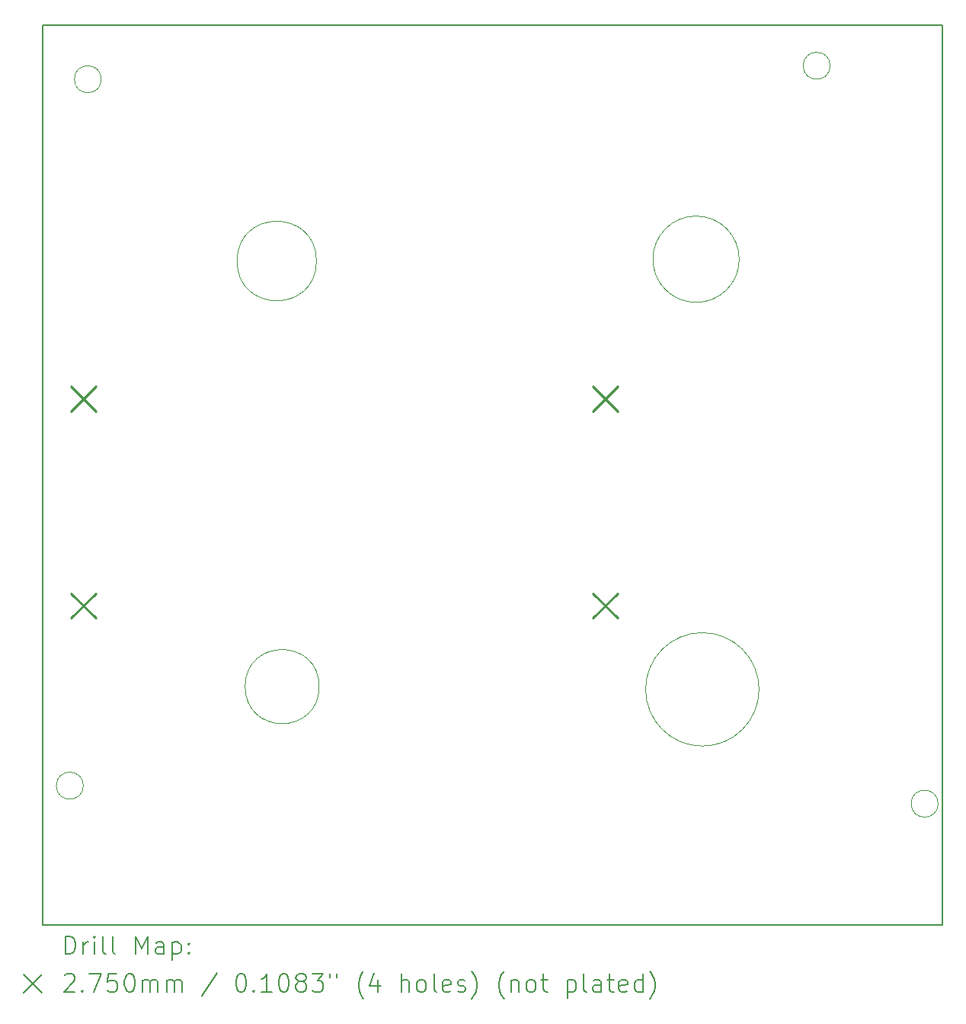
<source format=gbr>
%TF.GenerationSoftware,KiCad,Pcbnew,8.0.5*%
%TF.CreationDate,2025-06-03T16:45:26-04:00*%
%TF.ProjectId,arm,61726d2e-6b69-4636-9164-5f7063625858,rev?*%
%TF.SameCoordinates,Original*%
%TF.FileFunction,Drillmap*%
%TF.FilePolarity,Positive*%
%FSLAX45Y45*%
G04 Gerber Fmt 4.5, Leading zero omitted, Abs format (unit mm)*
G04 Created by KiCad (PCBNEW 8.0.5) date 2025-06-03 16:45:26*
%MOMM*%
%LPD*%
G01*
G04 APERTURE LIST*
%ADD10C,0.050000*%
%ADD11C,0.200000*%
%ADD12C,0.275000*%
G04 APERTURE END LIST*
D10*
X22740000Y-5600000D02*
G75*
G02*
X21780000Y-5600000I-480000J0D01*
G01*
X21780000Y-5600000D02*
G75*
G02*
X22740000Y-5600000I480000J0D01*
G01*
X18071692Y-10349356D02*
G75*
G02*
X17248308Y-10349356I-411692J0D01*
G01*
X17248308Y-10349356D02*
G75*
G02*
X18071692Y-10349356I411692J0D01*
G01*
X15450000Y-11450000D02*
G75*
G02*
X15150000Y-11450000I-150000J0D01*
G01*
X15150000Y-11450000D02*
G75*
G02*
X15450000Y-11450000I150000J0D01*
G01*
X15650000Y-3600000D02*
G75*
G02*
X15350000Y-3600000I-150000J0D01*
G01*
X15350000Y-3600000D02*
G75*
G02*
X15650000Y-3600000I150000J0D01*
G01*
X22960000Y-10380000D02*
G75*
G02*
X21699365Y-10380000I-630317J0D01*
G01*
X21699365Y-10380000D02*
G75*
G02*
X22960000Y-10380000I630317J0D01*
G01*
X24950000Y-11650000D02*
G75*
G02*
X24650000Y-11650000I-150000J0D01*
G01*
X24650000Y-11650000D02*
G75*
G02*
X24950000Y-11650000I150000J0D01*
G01*
X18041865Y-5620000D02*
G75*
G02*
X17158135Y-5620000I-441865J0D01*
G01*
X17158135Y-5620000D02*
G75*
G02*
X18041865Y-5620000I441865J0D01*
G01*
D11*
X15000000Y-3000000D02*
X25000000Y-3000000D01*
X25000000Y-13000000D01*
X15000000Y-13000000D01*
X15000000Y-3000000D01*
D10*
X23750000Y-3450000D02*
G75*
G02*
X23450000Y-3450000I-150000J0D01*
G01*
X23450000Y-3450000D02*
G75*
G02*
X23750000Y-3450000I150000J0D01*
G01*
D11*
D12*
X15312500Y-7012500D02*
X15587500Y-7287500D01*
X15587500Y-7012500D02*
X15312500Y-7287500D01*
X15312500Y-9312500D02*
X15587500Y-9587500D01*
X15587500Y-9312500D02*
X15312500Y-9587500D01*
X21112500Y-7012500D02*
X21387500Y-7287500D01*
X21387500Y-7012500D02*
X21112500Y-7287500D01*
X21112500Y-9312500D02*
X21387500Y-9587500D01*
X21387500Y-9312500D02*
X21112500Y-9587500D01*
D11*
X15250777Y-13321484D02*
X15250777Y-13121484D01*
X15250777Y-13121484D02*
X15298396Y-13121484D01*
X15298396Y-13121484D02*
X15326967Y-13131008D01*
X15326967Y-13131008D02*
X15346015Y-13150055D01*
X15346015Y-13150055D02*
X15355539Y-13169103D01*
X15355539Y-13169103D02*
X15365062Y-13207198D01*
X15365062Y-13207198D02*
X15365062Y-13235769D01*
X15365062Y-13235769D02*
X15355539Y-13273865D01*
X15355539Y-13273865D02*
X15346015Y-13292912D01*
X15346015Y-13292912D02*
X15326967Y-13311960D01*
X15326967Y-13311960D02*
X15298396Y-13321484D01*
X15298396Y-13321484D02*
X15250777Y-13321484D01*
X15450777Y-13321484D02*
X15450777Y-13188150D01*
X15450777Y-13226246D02*
X15460301Y-13207198D01*
X15460301Y-13207198D02*
X15469824Y-13197674D01*
X15469824Y-13197674D02*
X15488872Y-13188150D01*
X15488872Y-13188150D02*
X15507920Y-13188150D01*
X15574586Y-13321484D02*
X15574586Y-13188150D01*
X15574586Y-13121484D02*
X15565062Y-13131008D01*
X15565062Y-13131008D02*
X15574586Y-13140531D01*
X15574586Y-13140531D02*
X15584110Y-13131008D01*
X15584110Y-13131008D02*
X15574586Y-13121484D01*
X15574586Y-13121484D02*
X15574586Y-13140531D01*
X15698396Y-13321484D02*
X15679348Y-13311960D01*
X15679348Y-13311960D02*
X15669824Y-13292912D01*
X15669824Y-13292912D02*
X15669824Y-13121484D01*
X15803158Y-13321484D02*
X15784110Y-13311960D01*
X15784110Y-13311960D02*
X15774586Y-13292912D01*
X15774586Y-13292912D02*
X15774586Y-13121484D01*
X16031729Y-13321484D02*
X16031729Y-13121484D01*
X16031729Y-13121484D02*
X16098396Y-13264341D01*
X16098396Y-13264341D02*
X16165062Y-13121484D01*
X16165062Y-13121484D02*
X16165062Y-13321484D01*
X16346015Y-13321484D02*
X16346015Y-13216722D01*
X16346015Y-13216722D02*
X16336491Y-13197674D01*
X16336491Y-13197674D02*
X16317443Y-13188150D01*
X16317443Y-13188150D02*
X16279348Y-13188150D01*
X16279348Y-13188150D02*
X16260301Y-13197674D01*
X16346015Y-13311960D02*
X16326967Y-13321484D01*
X16326967Y-13321484D02*
X16279348Y-13321484D01*
X16279348Y-13321484D02*
X16260301Y-13311960D01*
X16260301Y-13311960D02*
X16250777Y-13292912D01*
X16250777Y-13292912D02*
X16250777Y-13273865D01*
X16250777Y-13273865D02*
X16260301Y-13254817D01*
X16260301Y-13254817D02*
X16279348Y-13245293D01*
X16279348Y-13245293D02*
X16326967Y-13245293D01*
X16326967Y-13245293D02*
X16346015Y-13235769D01*
X16441253Y-13188150D02*
X16441253Y-13388150D01*
X16441253Y-13197674D02*
X16460301Y-13188150D01*
X16460301Y-13188150D02*
X16498396Y-13188150D01*
X16498396Y-13188150D02*
X16517443Y-13197674D01*
X16517443Y-13197674D02*
X16526967Y-13207198D01*
X16526967Y-13207198D02*
X16536491Y-13226246D01*
X16536491Y-13226246D02*
X16536491Y-13283388D01*
X16536491Y-13283388D02*
X16526967Y-13302436D01*
X16526967Y-13302436D02*
X16517443Y-13311960D01*
X16517443Y-13311960D02*
X16498396Y-13321484D01*
X16498396Y-13321484D02*
X16460301Y-13321484D01*
X16460301Y-13321484D02*
X16441253Y-13311960D01*
X16622205Y-13302436D02*
X16631729Y-13311960D01*
X16631729Y-13311960D02*
X16622205Y-13321484D01*
X16622205Y-13321484D02*
X16612682Y-13311960D01*
X16612682Y-13311960D02*
X16622205Y-13302436D01*
X16622205Y-13302436D02*
X16622205Y-13321484D01*
X16622205Y-13197674D02*
X16631729Y-13207198D01*
X16631729Y-13207198D02*
X16622205Y-13216722D01*
X16622205Y-13216722D02*
X16612682Y-13207198D01*
X16612682Y-13207198D02*
X16622205Y-13197674D01*
X16622205Y-13197674D02*
X16622205Y-13216722D01*
X14790000Y-13550000D02*
X14990000Y-13750000D01*
X14990000Y-13550000D02*
X14790000Y-13750000D01*
X15241253Y-13560531D02*
X15250777Y-13551008D01*
X15250777Y-13551008D02*
X15269824Y-13541484D01*
X15269824Y-13541484D02*
X15317443Y-13541484D01*
X15317443Y-13541484D02*
X15336491Y-13551008D01*
X15336491Y-13551008D02*
X15346015Y-13560531D01*
X15346015Y-13560531D02*
X15355539Y-13579579D01*
X15355539Y-13579579D02*
X15355539Y-13598627D01*
X15355539Y-13598627D02*
X15346015Y-13627198D01*
X15346015Y-13627198D02*
X15231729Y-13741484D01*
X15231729Y-13741484D02*
X15355539Y-13741484D01*
X15441253Y-13722436D02*
X15450777Y-13731960D01*
X15450777Y-13731960D02*
X15441253Y-13741484D01*
X15441253Y-13741484D02*
X15431729Y-13731960D01*
X15431729Y-13731960D02*
X15441253Y-13722436D01*
X15441253Y-13722436D02*
X15441253Y-13741484D01*
X15517443Y-13541484D02*
X15650777Y-13541484D01*
X15650777Y-13541484D02*
X15565062Y-13741484D01*
X15822205Y-13541484D02*
X15726967Y-13541484D01*
X15726967Y-13541484D02*
X15717443Y-13636722D01*
X15717443Y-13636722D02*
X15726967Y-13627198D01*
X15726967Y-13627198D02*
X15746015Y-13617674D01*
X15746015Y-13617674D02*
X15793634Y-13617674D01*
X15793634Y-13617674D02*
X15812682Y-13627198D01*
X15812682Y-13627198D02*
X15822205Y-13636722D01*
X15822205Y-13636722D02*
X15831729Y-13655769D01*
X15831729Y-13655769D02*
X15831729Y-13703388D01*
X15831729Y-13703388D02*
X15822205Y-13722436D01*
X15822205Y-13722436D02*
X15812682Y-13731960D01*
X15812682Y-13731960D02*
X15793634Y-13741484D01*
X15793634Y-13741484D02*
X15746015Y-13741484D01*
X15746015Y-13741484D02*
X15726967Y-13731960D01*
X15726967Y-13731960D02*
X15717443Y-13722436D01*
X15955539Y-13541484D02*
X15974586Y-13541484D01*
X15974586Y-13541484D02*
X15993634Y-13551008D01*
X15993634Y-13551008D02*
X16003158Y-13560531D01*
X16003158Y-13560531D02*
X16012682Y-13579579D01*
X16012682Y-13579579D02*
X16022205Y-13617674D01*
X16022205Y-13617674D02*
X16022205Y-13665293D01*
X16022205Y-13665293D02*
X16012682Y-13703388D01*
X16012682Y-13703388D02*
X16003158Y-13722436D01*
X16003158Y-13722436D02*
X15993634Y-13731960D01*
X15993634Y-13731960D02*
X15974586Y-13741484D01*
X15974586Y-13741484D02*
X15955539Y-13741484D01*
X15955539Y-13741484D02*
X15936491Y-13731960D01*
X15936491Y-13731960D02*
X15926967Y-13722436D01*
X15926967Y-13722436D02*
X15917443Y-13703388D01*
X15917443Y-13703388D02*
X15907920Y-13665293D01*
X15907920Y-13665293D02*
X15907920Y-13617674D01*
X15907920Y-13617674D02*
X15917443Y-13579579D01*
X15917443Y-13579579D02*
X15926967Y-13560531D01*
X15926967Y-13560531D02*
X15936491Y-13551008D01*
X15936491Y-13551008D02*
X15955539Y-13541484D01*
X16107920Y-13741484D02*
X16107920Y-13608150D01*
X16107920Y-13627198D02*
X16117443Y-13617674D01*
X16117443Y-13617674D02*
X16136491Y-13608150D01*
X16136491Y-13608150D02*
X16165063Y-13608150D01*
X16165063Y-13608150D02*
X16184110Y-13617674D01*
X16184110Y-13617674D02*
X16193634Y-13636722D01*
X16193634Y-13636722D02*
X16193634Y-13741484D01*
X16193634Y-13636722D02*
X16203158Y-13617674D01*
X16203158Y-13617674D02*
X16222205Y-13608150D01*
X16222205Y-13608150D02*
X16250777Y-13608150D01*
X16250777Y-13608150D02*
X16269824Y-13617674D01*
X16269824Y-13617674D02*
X16279348Y-13636722D01*
X16279348Y-13636722D02*
X16279348Y-13741484D01*
X16374586Y-13741484D02*
X16374586Y-13608150D01*
X16374586Y-13627198D02*
X16384110Y-13617674D01*
X16384110Y-13617674D02*
X16403158Y-13608150D01*
X16403158Y-13608150D02*
X16431729Y-13608150D01*
X16431729Y-13608150D02*
X16450777Y-13617674D01*
X16450777Y-13617674D02*
X16460301Y-13636722D01*
X16460301Y-13636722D02*
X16460301Y-13741484D01*
X16460301Y-13636722D02*
X16469824Y-13617674D01*
X16469824Y-13617674D02*
X16488872Y-13608150D01*
X16488872Y-13608150D02*
X16517443Y-13608150D01*
X16517443Y-13608150D02*
X16536491Y-13617674D01*
X16536491Y-13617674D02*
X16546015Y-13636722D01*
X16546015Y-13636722D02*
X16546015Y-13741484D01*
X16936491Y-13531960D02*
X16765063Y-13789103D01*
X17193634Y-13541484D02*
X17212682Y-13541484D01*
X17212682Y-13541484D02*
X17231729Y-13551008D01*
X17231729Y-13551008D02*
X17241253Y-13560531D01*
X17241253Y-13560531D02*
X17250777Y-13579579D01*
X17250777Y-13579579D02*
X17260301Y-13617674D01*
X17260301Y-13617674D02*
X17260301Y-13665293D01*
X17260301Y-13665293D02*
X17250777Y-13703388D01*
X17250777Y-13703388D02*
X17241253Y-13722436D01*
X17241253Y-13722436D02*
X17231729Y-13731960D01*
X17231729Y-13731960D02*
X17212682Y-13741484D01*
X17212682Y-13741484D02*
X17193634Y-13741484D01*
X17193634Y-13741484D02*
X17174587Y-13731960D01*
X17174587Y-13731960D02*
X17165063Y-13722436D01*
X17165063Y-13722436D02*
X17155539Y-13703388D01*
X17155539Y-13703388D02*
X17146015Y-13665293D01*
X17146015Y-13665293D02*
X17146015Y-13617674D01*
X17146015Y-13617674D02*
X17155539Y-13579579D01*
X17155539Y-13579579D02*
X17165063Y-13560531D01*
X17165063Y-13560531D02*
X17174587Y-13551008D01*
X17174587Y-13551008D02*
X17193634Y-13541484D01*
X17346015Y-13722436D02*
X17355539Y-13731960D01*
X17355539Y-13731960D02*
X17346015Y-13741484D01*
X17346015Y-13741484D02*
X17336491Y-13731960D01*
X17336491Y-13731960D02*
X17346015Y-13722436D01*
X17346015Y-13722436D02*
X17346015Y-13741484D01*
X17546015Y-13741484D02*
X17431729Y-13741484D01*
X17488872Y-13741484D02*
X17488872Y-13541484D01*
X17488872Y-13541484D02*
X17469825Y-13570055D01*
X17469825Y-13570055D02*
X17450777Y-13589103D01*
X17450777Y-13589103D02*
X17431729Y-13598627D01*
X17669825Y-13541484D02*
X17688872Y-13541484D01*
X17688872Y-13541484D02*
X17707920Y-13551008D01*
X17707920Y-13551008D02*
X17717444Y-13560531D01*
X17717444Y-13560531D02*
X17726968Y-13579579D01*
X17726968Y-13579579D02*
X17736491Y-13617674D01*
X17736491Y-13617674D02*
X17736491Y-13665293D01*
X17736491Y-13665293D02*
X17726968Y-13703388D01*
X17726968Y-13703388D02*
X17717444Y-13722436D01*
X17717444Y-13722436D02*
X17707920Y-13731960D01*
X17707920Y-13731960D02*
X17688872Y-13741484D01*
X17688872Y-13741484D02*
X17669825Y-13741484D01*
X17669825Y-13741484D02*
X17650777Y-13731960D01*
X17650777Y-13731960D02*
X17641253Y-13722436D01*
X17641253Y-13722436D02*
X17631729Y-13703388D01*
X17631729Y-13703388D02*
X17622206Y-13665293D01*
X17622206Y-13665293D02*
X17622206Y-13617674D01*
X17622206Y-13617674D02*
X17631729Y-13579579D01*
X17631729Y-13579579D02*
X17641253Y-13560531D01*
X17641253Y-13560531D02*
X17650777Y-13551008D01*
X17650777Y-13551008D02*
X17669825Y-13541484D01*
X17850777Y-13627198D02*
X17831729Y-13617674D01*
X17831729Y-13617674D02*
X17822206Y-13608150D01*
X17822206Y-13608150D02*
X17812682Y-13589103D01*
X17812682Y-13589103D02*
X17812682Y-13579579D01*
X17812682Y-13579579D02*
X17822206Y-13560531D01*
X17822206Y-13560531D02*
X17831729Y-13551008D01*
X17831729Y-13551008D02*
X17850777Y-13541484D01*
X17850777Y-13541484D02*
X17888872Y-13541484D01*
X17888872Y-13541484D02*
X17907920Y-13551008D01*
X17907920Y-13551008D02*
X17917444Y-13560531D01*
X17917444Y-13560531D02*
X17926968Y-13579579D01*
X17926968Y-13579579D02*
X17926968Y-13589103D01*
X17926968Y-13589103D02*
X17917444Y-13608150D01*
X17917444Y-13608150D02*
X17907920Y-13617674D01*
X17907920Y-13617674D02*
X17888872Y-13627198D01*
X17888872Y-13627198D02*
X17850777Y-13627198D01*
X17850777Y-13627198D02*
X17831729Y-13636722D01*
X17831729Y-13636722D02*
X17822206Y-13646246D01*
X17822206Y-13646246D02*
X17812682Y-13665293D01*
X17812682Y-13665293D02*
X17812682Y-13703388D01*
X17812682Y-13703388D02*
X17822206Y-13722436D01*
X17822206Y-13722436D02*
X17831729Y-13731960D01*
X17831729Y-13731960D02*
X17850777Y-13741484D01*
X17850777Y-13741484D02*
X17888872Y-13741484D01*
X17888872Y-13741484D02*
X17907920Y-13731960D01*
X17907920Y-13731960D02*
X17917444Y-13722436D01*
X17917444Y-13722436D02*
X17926968Y-13703388D01*
X17926968Y-13703388D02*
X17926968Y-13665293D01*
X17926968Y-13665293D02*
X17917444Y-13646246D01*
X17917444Y-13646246D02*
X17907920Y-13636722D01*
X17907920Y-13636722D02*
X17888872Y-13627198D01*
X17993634Y-13541484D02*
X18117444Y-13541484D01*
X18117444Y-13541484D02*
X18050777Y-13617674D01*
X18050777Y-13617674D02*
X18079349Y-13617674D01*
X18079349Y-13617674D02*
X18098396Y-13627198D01*
X18098396Y-13627198D02*
X18107920Y-13636722D01*
X18107920Y-13636722D02*
X18117444Y-13655769D01*
X18117444Y-13655769D02*
X18117444Y-13703388D01*
X18117444Y-13703388D02*
X18107920Y-13722436D01*
X18107920Y-13722436D02*
X18098396Y-13731960D01*
X18098396Y-13731960D02*
X18079349Y-13741484D01*
X18079349Y-13741484D02*
X18022206Y-13741484D01*
X18022206Y-13741484D02*
X18003158Y-13731960D01*
X18003158Y-13731960D02*
X17993634Y-13722436D01*
X18193634Y-13541484D02*
X18193634Y-13579579D01*
X18269825Y-13541484D02*
X18269825Y-13579579D01*
X18565063Y-13817674D02*
X18555539Y-13808150D01*
X18555539Y-13808150D02*
X18536491Y-13779579D01*
X18536491Y-13779579D02*
X18526968Y-13760531D01*
X18526968Y-13760531D02*
X18517444Y-13731960D01*
X18517444Y-13731960D02*
X18507920Y-13684341D01*
X18507920Y-13684341D02*
X18507920Y-13646246D01*
X18507920Y-13646246D02*
X18517444Y-13598627D01*
X18517444Y-13598627D02*
X18526968Y-13570055D01*
X18526968Y-13570055D02*
X18536491Y-13551008D01*
X18536491Y-13551008D02*
X18555539Y-13522436D01*
X18555539Y-13522436D02*
X18565063Y-13512912D01*
X18726968Y-13608150D02*
X18726968Y-13741484D01*
X18679349Y-13531960D02*
X18631730Y-13674817D01*
X18631730Y-13674817D02*
X18755539Y-13674817D01*
X18984111Y-13741484D02*
X18984111Y-13541484D01*
X19069825Y-13741484D02*
X19069825Y-13636722D01*
X19069825Y-13636722D02*
X19060301Y-13617674D01*
X19060301Y-13617674D02*
X19041253Y-13608150D01*
X19041253Y-13608150D02*
X19012682Y-13608150D01*
X19012682Y-13608150D02*
X18993634Y-13617674D01*
X18993634Y-13617674D02*
X18984111Y-13627198D01*
X19193634Y-13741484D02*
X19174587Y-13731960D01*
X19174587Y-13731960D02*
X19165063Y-13722436D01*
X19165063Y-13722436D02*
X19155539Y-13703388D01*
X19155539Y-13703388D02*
X19155539Y-13646246D01*
X19155539Y-13646246D02*
X19165063Y-13627198D01*
X19165063Y-13627198D02*
X19174587Y-13617674D01*
X19174587Y-13617674D02*
X19193634Y-13608150D01*
X19193634Y-13608150D02*
X19222206Y-13608150D01*
X19222206Y-13608150D02*
X19241253Y-13617674D01*
X19241253Y-13617674D02*
X19250777Y-13627198D01*
X19250777Y-13627198D02*
X19260301Y-13646246D01*
X19260301Y-13646246D02*
X19260301Y-13703388D01*
X19260301Y-13703388D02*
X19250777Y-13722436D01*
X19250777Y-13722436D02*
X19241253Y-13731960D01*
X19241253Y-13731960D02*
X19222206Y-13741484D01*
X19222206Y-13741484D02*
X19193634Y-13741484D01*
X19374587Y-13741484D02*
X19355539Y-13731960D01*
X19355539Y-13731960D02*
X19346015Y-13712912D01*
X19346015Y-13712912D02*
X19346015Y-13541484D01*
X19526968Y-13731960D02*
X19507920Y-13741484D01*
X19507920Y-13741484D02*
X19469825Y-13741484D01*
X19469825Y-13741484D02*
X19450777Y-13731960D01*
X19450777Y-13731960D02*
X19441253Y-13712912D01*
X19441253Y-13712912D02*
X19441253Y-13636722D01*
X19441253Y-13636722D02*
X19450777Y-13617674D01*
X19450777Y-13617674D02*
X19469825Y-13608150D01*
X19469825Y-13608150D02*
X19507920Y-13608150D01*
X19507920Y-13608150D02*
X19526968Y-13617674D01*
X19526968Y-13617674D02*
X19536492Y-13636722D01*
X19536492Y-13636722D02*
X19536492Y-13655769D01*
X19536492Y-13655769D02*
X19441253Y-13674817D01*
X19612682Y-13731960D02*
X19631730Y-13741484D01*
X19631730Y-13741484D02*
X19669825Y-13741484D01*
X19669825Y-13741484D02*
X19688873Y-13731960D01*
X19688873Y-13731960D02*
X19698396Y-13712912D01*
X19698396Y-13712912D02*
X19698396Y-13703388D01*
X19698396Y-13703388D02*
X19688873Y-13684341D01*
X19688873Y-13684341D02*
X19669825Y-13674817D01*
X19669825Y-13674817D02*
X19641253Y-13674817D01*
X19641253Y-13674817D02*
X19622206Y-13665293D01*
X19622206Y-13665293D02*
X19612682Y-13646246D01*
X19612682Y-13646246D02*
X19612682Y-13636722D01*
X19612682Y-13636722D02*
X19622206Y-13617674D01*
X19622206Y-13617674D02*
X19641253Y-13608150D01*
X19641253Y-13608150D02*
X19669825Y-13608150D01*
X19669825Y-13608150D02*
X19688873Y-13617674D01*
X19765063Y-13817674D02*
X19774587Y-13808150D01*
X19774587Y-13808150D02*
X19793634Y-13779579D01*
X19793634Y-13779579D02*
X19803158Y-13760531D01*
X19803158Y-13760531D02*
X19812682Y-13731960D01*
X19812682Y-13731960D02*
X19822206Y-13684341D01*
X19822206Y-13684341D02*
X19822206Y-13646246D01*
X19822206Y-13646246D02*
X19812682Y-13598627D01*
X19812682Y-13598627D02*
X19803158Y-13570055D01*
X19803158Y-13570055D02*
X19793634Y-13551008D01*
X19793634Y-13551008D02*
X19774587Y-13522436D01*
X19774587Y-13522436D02*
X19765063Y-13512912D01*
X20126968Y-13817674D02*
X20117444Y-13808150D01*
X20117444Y-13808150D02*
X20098396Y-13779579D01*
X20098396Y-13779579D02*
X20088873Y-13760531D01*
X20088873Y-13760531D02*
X20079349Y-13731960D01*
X20079349Y-13731960D02*
X20069825Y-13684341D01*
X20069825Y-13684341D02*
X20069825Y-13646246D01*
X20069825Y-13646246D02*
X20079349Y-13598627D01*
X20079349Y-13598627D02*
X20088873Y-13570055D01*
X20088873Y-13570055D02*
X20098396Y-13551008D01*
X20098396Y-13551008D02*
X20117444Y-13522436D01*
X20117444Y-13522436D02*
X20126968Y-13512912D01*
X20203158Y-13608150D02*
X20203158Y-13741484D01*
X20203158Y-13627198D02*
X20212682Y-13617674D01*
X20212682Y-13617674D02*
X20231730Y-13608150D01*
X20231730Y-13608150D02*
X20260301Y-13608150D01*
X20260301Y-13608150D02*
X20279349Y-13617674D01*
X20279349Y-13617674D02*
X20288873Y-13636722D01*
X20288873Y-13636722D02*
X20288873Y-13741484D01*
X20412682Y-13741484D02*
X20393634Y-13731960D01*
X20393634Y-13731960D02*
X20384111Y-13722436D01*
X20384111Y-13722436D02*
X20374587Y-13703388D01*
X20374587Y-13703388D02*
X20374587Y-13646246D01*
X20374587Y-13646246D02*
X20384111Y-13627198D01*
X20384111Y-13627198D02*
X20393634Y-13617674D01*
X20393634Y-13617674D02*
X20412682Y-13608150D01*
X20412682Y-13608150D02*
X20441254Y-13608150D01*
X20441254Y-13608150D02*
X20460301Y-13617674D01*
X20460301Y-13617674D02*
X20469825Y-13627198D01*
X20469825Y-13627198D02*
X20479349Y-13646246D01*
X20479349Y-13646246D02*
X20479349Y-13703388D01*
X20479349Y-13703388D02*
X20469825Y-13722436D01*
X20469825Y-13722436D02*
X20460301Y-13731960D01*
X20460301Y-13731960D02*
X20441254Y-13741484D01*
X20441254Y-13741484D02*
X20412682Y-13741484D01*
X20536492Y-13608150D02*
X20612682Y-13608150D01*
X20565063Y-13541484D02*
X20565063Y-13712912D01*
X20565063Y-13712912D02*
X20574587Y-13731960D01*
X20574587Y-13731960D02*
X20593634Y-13741484D01*
X20593634Y-13741484D02*
X20612682Y-13741484D01*
X20831730Y-13608150D02*
X20831730Y-13808150D01*
X20831730Y-13617674D02*
X20850777Y-13608150D01*
X20850777Y-13608150D02*
X20888873Y-13608150D01*
X20888873Y-13608150D02*
X20907920Y-13617674D01*
X20907920Y-13617674D02*
X20917444Y-13627198D01*
X20917444Y-13627198D02*
X20926968Y-13646246D01*
X20926968Y-13646246D02*
X20926968Y-13703388D01*
X20926968Y-13703388D02*
X20917444Y-13722436D01*
X20917444Y-13722436D02*
X20907920Y-13731960D01*
X20907920Y-13731960D02*
X20888873Y-13741484D01*
X20888873Y-13741484D02*
X20850777Y-13741484D01*
X20850777Y-13741484D02*
X20831730Y-13731960D01*
X21041254Y-13741484D02*
X21022206Y-13731960D01*
X21022206Y-13731960D02*
X21012682Y-13712912D01*
X21012682Y-13712912D02*
X21012682Y-13541484D01*
X21203158Y-13741484D02*
X21203158Y-13636722D01*
X21203158Y-13636722D02*
X21193635Y-13617674D01*
X21193635Y-13617674D02*
X21174587Y-13608150D01*
X21174587Y-13608150D02*
X21136492Y-13608150D01*
X21136492Y-13608150D02*
X21117444Y-13617674D01*
X21203158Y-13731960D02*
X21184111Y-13741484D01*
X21184111Y-13741484D02*
X21136492Y-13741484D01*
X21136492Y-13741484D02*
X21117444Y-13731960D01*
X21117444Y-13731960D02*
X21107920Y-13712912D01*
X21107920Y-13712912D02*
X21107920Y-13693865D01*
X21107920Y-13693865D02*
X21117444Y-13674817D01*
X21117444Y-13674817D02*
X21136492Y-13665293D01*
X21136492Y-13665293D02*
X21184111Y-13665293D01*
X21184111Y-13665293D02*
X21203158Y-13655769D01*
X21269825Y-13608150D02*
X21346015Y-13608150D01*
X21298396Y-13541484D02*
X21298396Y-13712912D01*
X21298396Y-13712912D02*
X21307920Y-13731960D01*
X21307920Y-13731960D02*
X21326968Y-13741484D01*
X21326968Y-13741484D02*
X21346015Y-13741484D01*
X21488873Y-13731960D02*
X21469825Y-13741484D01*
X21469825Y-13741484D02*
X21431730Y-13741484D01*
X21431730Y-13741484D02*
X21412682Y-13731960D01*
X21412682Y-13731960D02*
X21403158Y-13712912D01*
X21403158Y-13712912D02*
X21403158Y-13636722D01*
X21403158Y-13636722D02*
X21412682Y-13617674D01*
X21412682Y-13617674D02*
X21431730Y-13608150D01*
X21431730Y-13608150D02*
X21469825Y-13608150D01*
X21469825Y-13608150D02*
X21488873Y-13617674D01*
X21488873Y-13617674D02*
X21498396Y-13636722D01*
X21498396Y-13636722D02*
X21498396Y-13655769D01*
X21498396Y-13655769D02*
X21403158Y-13674817D01*
X21669825Y-13741484D02*
X21669825Y-13541484D01*
X21669825Y-13731960D02*
X21650777Y-13741484D01*
X21650777Y-13741484D02*
X21612682Y-13741484D01*
X21612682Y-13741484D02*
X21593635Y-13731960D01*
X21593635Y-13731960D02*
X21584111Y-13722436D01*
X21584111Y-13722436D02*
X21574587Y-13703388D01*
X21574587Y-13703388D02*
X21574587Y-13646246D01*
X21574587Y-13646246D02*
X21584111Y-13627198D01*
X21584111Y-13627198D02*
X21593635Y-13617674D01*
X21593635Y-13617674D02*
X21612682Y-13608150D01*
X21612682Y-13608150D02*
X21650777Y-13608150D01*
X21650777Y-13608150D02*
X21669825Y-13617674D01*
X21746016Y-13817674D02*
X21755539Y-13808150D01*
X21755539Y-13808150D02*
X21774587Y-13779579D01*
X21774587Y-13779579D02*
X21784111Y-13760531D01*
X21784111Y-13760531D02*
X21793635Y-13731960D01*
X21793635Y-13731960D02*
X21803158Y-13684341D01*
X21803158Y-13684341D02*
X21803158Y-13646246D01*
X21803158Y-13646246D02*
X21793635Y-13598627D01*
X21793635Y-13598627D02*
X21784111Y-13570055D01*
X21784111Y-13570055D02*
X21774587Y-13551008D01*
X21774587Y-13551008D02*
X21755539Y-13522436D01*
X21755539Y-13522436D02*
X21746016Y-13512912D01*
M02*

</source>
